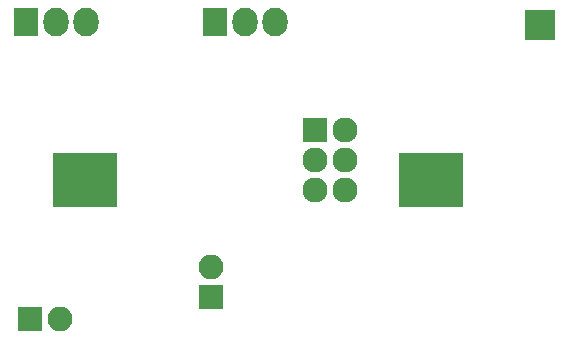
<source format=gbs>
G04 #@! TF.FileFunction,Soldermask,Bot*
%FSLAX46Y46*%
G04 Gerber Fmt 4.6, Leading zero omitted, Abs format (unit mm)*
G04 Created by KiCad (PCBNEW 4.0.5-e0-6337~49~ubuntu16.04.1) date Tue Jan 17 08:20:09 2017*
%MOMM*%
%LPD*%
G01*
G04 APERTURE LIST*
%ADD10C,0.100000*%
%ADD11R,2.635200X2.635200*%
%ADD12R,2.127200X2.432000*%
%ADD13O,2.127200X2.432000*%
%ADD14R,2.127200X2.127200*%
%ADD15O,2.127200X2.127200*%
%ADD16R,2.100000X2.100000*%
%ADD17O,2.100000X2.100000*%
%ADD18R,5.400000X4.600000*%
G04 APERTURE END LIST*
D10*
D11*
X127698500Y-54660800D03*
D12*
X84162900Y-54444900D03*
D13*
X86702900Y-54444900D03*
X89242900Y-54444900D03*
D12*
X100190300Y-54432200D03*
D13*
X102730300Y-54432200D03*
X105270300Y-54432200D03*
D14*
X108585000Y-63627000D03*
D15*
X111125000Y-63627000D03*
X108585000Y-66167000D03*
X111125000Y-66167000D03*
X108585000Y-68707000D03*
X111125000Y-68707000D03*
D16*
X99822000Y-77724000D03*
D17*
X99822000Y-75184000D03*
D18*
X118454000Y-67818000D03*
X89154000Y-67818000D03*
D16*
X84455000Y-79629000D03*
D17*
X86995000Y-79629000D03*
M02*

</source>
